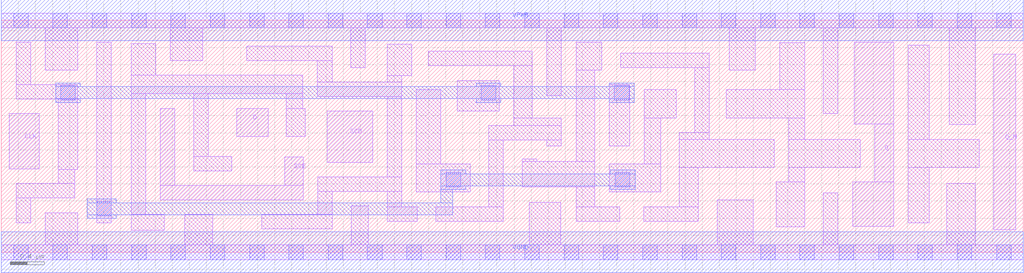
<source format=lef>
# Copyright 2020 The SkyWater PDK Authors
#
# Licensed under the Apache License, Version 2.0 (the "License");
# you may not use this file except in compliance with the License.
# You may obtain a copy of the License at
#
#     https://www.apache.org/licenses/LICENSE-2.0
#
# Unless required by applicable law or agreed to in writing, software
# distributed under the License is distributed on an "AS IS" BASIS,
# WITHOUT WARRANTIES OR CONDITIONS OF ANY KIND, either express or implied.
# See the License for the specific language governing permissions and
# limitations under the License.
#
# SPDX-License-Identifier: Apache-2.0

VERSION 5.7 ;
BUSBITCHARS "[]" ;
DIVIDERCHAR "/" ;
PROPERTYDEFINITIONS
  MACRO maskLayoutSubType STRING ;
  MACRO prCellType STRING ;
  MACRO originalViewName STRING ;
END PROPERTYDEFINITIONS
MACRO sky130_fd_sc_hdll__sdfxbp_1
  ORIGIN  0.000000  0.000000 ;
  CLASS CORE ;
  SYMMETRY X Y R90 ;
  SIZE  11.96000 BY  2.720000 ;
  SITE unithd ;
  PIN CLK
    ANTENNAGATEAREA  0.178200 ;
    DIRECTION INPUT ;
    USE SIGNAL ;
    PORT
      LAYER li1 ;
        RECT 0.095000 0.975000 0.445000 1.625000 ;
    END
  END CLK
  PIN D
    ANTENNAGATEAREA  0.178200 ;
    DIRECTION INPUT ;
    USE SIGNAL ;
    PORT
      LAYER li1 ;
        RECT 2.755000 1.355000 3.125000 1.685000 ;
    END
  END D
  PIN Q
    ANTENNADIFFAREA  0.439000 ;
    DIRECTION OUTPUT ;
    USE SIGNAL ;
    PORT
      LAYER li1 ;
        RECT  9.960000 0.305000 10.440000 0.825000 ;
        RECT  9.980000 1.505000 10.440000 2.465000 ;
        RECT 10.220000 0.825000 10.440000 1.505000 ;
    END
  END Q
  PIN Q_N
    ANTENNADIFFAREA  0.439000 ;
    DIRECTION OUTPUT ;
    USE SIGNAL ;
    PORT
      LAYER li1 ;
        RECT 11.615000 0.265000 11.870000 2.325000 ;
    END
  END Q_N
  PIN SCD
    ANTENNAGATEAREA  0.178200 ;
    DIRECTION INPUT ;
    USE SIGNAL ;
    PORT
      LAYER li1 ;
        RECT 3.815000 1.055000 4.345000 1.655000 ;
    END
  END SCD
  PIN SCE
    ANTENNAGATEAREA  0.356400 ;
    DIRECTION INPUT ;
    USE SIGNAL ;
    PORT
      LAYER li1 ;
        RECT 1.860000 0.615000 3.535000 0.785000 ;
        RECT 1.860000 0.785000 2.030000 1.685000 ;
        RECT 3.315000 0.785000 3.535000 1.115000 ;
    END
  END SCE
  PIN VGND
    DIRECTION INOUT ;
    USE SIGNAL ;
    PORT
      LAYER met1 ;
        RECT 0.000000 -0.240000 11.960000 0.240000 ;
    END
  END VGND
  PIN VPWR
    DIRECTION INOUT ;
    USE SIGNAL ;
    PORT
      LAYER met1 ;
        RECT 0.000000 2.480000 11.960000 2.960000 ;
    END
  END VPWR
  OBS
    LAYER li1 ;
      RECT  0.000000 -0.085000 11.960000 0.085000 ;
      RECT  0.000000  2.635000 11.960000 2.805000 ;
      RECT  0.175000  0.345000  0.345000 0.635000 ;
      RECT  0.175000  0.635000  0.860000 0.805000 ;
      RECT  0.175000  1.795000  0.895000 1.965000 ;
      RECT  0.175000  1.965000  0.345000 2.465000 ;
      RECT  0.515000  0.085000  0.895000 0.465000 ;
      RECT  0.515000  2.135000  0.895000 2.635000 ;
      RECT  0.665000  0.805000  0.860000 0.970000 ;
      RECT  0.665000  0.970000  0.895000 1.795000 ;
      RECT  1.115000  0.345000  1.285000 2.465000 ;
      RECT  1.520000  0.255000  1.905000 0.445000 ;
      RECT  1.520000  0.445000  1.690000 1.860000 ;
      RECT  1.520000  1.860000  3.530000 2.075000 ;
      RECT  1.520000  2.075000  1.805000 2.445000 ;
      RECT  1.975000  2.245000  2.355000 2.635000 ;
      RECT  2.145000  0.085000  2.475000 0.445000 ;
      RECT  2.250000  0.955000  2.695000 1.125000 ;
      RECT  2.250000  1.125000  2.420000 1.860000 ;
      RECT  2.875000  2.245000  3.870000 2.415000 ;
      RECT  3.050000  0.275000  3.875000 0.445000 ;
      RECT  3.335000  1.355000  3.555000 1.685000 ;
      RECT  3.335000  1.685000  3.530000 1.860000 ;
      RECT  3.700000  1.825000  4.685000 1.995000 ;
      RECT  3.700000  1.995000  3.870000 2.245000 ;
      RECT  3.705000  0.445000  3.875000 0.715000 ;
      RECT  3.705000  0.715000  4.685000 0.885000 ;
      RECT  4.090000  2.165000  4.260000 2.635000 ;
      RECT  4.095000  0.085000  4.295000 0.545000 ;
      RECT  4.515000  0.365000  4.865000 0.535000 ;
      RECT  4.515000  0.535000  4.685000 0.715000 ;
      RECT  4.515000  0.885000  4.685000 1.825000 ;
      RECT  4.515000  1.995000  4.685000 2.070000 ;
      RECT  4.515000  2.070000  4.800000 2.440000 ;
      RECT  4.855000  0.705000  5.485000 1.035000 ;
      RECT  4.855000  1.035000  5.145000 1.905000 ;
      RECT  4.995000  2.190000  6.215000 2.360000 ;
      RECT  5.085000  0.365000  5.875000 0.535000 ;
      RECT  5.335000  1.655000  5.825000 2.010000 ;
      RECT  5.705000  0.535000  5.875000 1.315000 ;
      RECT  5.705000  1.315000  6.555000 1.485000 ;
      RECT  5.995000  1.485000  6.555000 1.575000 ;
      RECT  5.995000  1.575000  6.215000 2.190000 ;
      RECT  6.095000  0.765000  6.945000 1.065000 ;
      RECT  6.095000  1.065000  6.265000 1.095000 ;
      RECT  6.175000  0.085000  6.545000 0.585000 ;
      RECT  6.385000  1.245000  6.555000 1.315000 ;
      RECT  6.385000  1.835000  6.555000 2.635000 ;
      RECT  6.725000  0.365000  7.235000 0.535000 ;
      RECT  6.725000  0.535000  6.945000 0.765000 ;
      RECT  6.725000  1.065000  6.945000 2.135000 ;
      RECT  6.725000  2.135000  7.025000 2.465000 ;
      RECT  7.115000  0.705000  7.715000 1.035000 ;
      RECT  7.115000  1.245000  7.355000 1.965000 ;
      RECT  7.250000  2.165000  8.285000 2.335000 ;
      RECT  7.515000  0.365000  8.155000 0.535000 ;
      RECT  7.525000  1.035000  7.715000 1.575000 ;
      RECT  7.525000  1.575000  7.895000 1.905000 ;
      RECT  7.935000  0.535000  8.155000 0.995000 ;
      RECT  7.935000  0.995000  9.045000 1.325000 ;
      RECT  7.935000  1.325000  8.285000 1.405000 ;
      RECT  8.115000  1.405000  8.285000 2.165000 ;
      RECT  8.380000  0.085000  8.800000 0.615000 ;
      RECT  8.485000  1.575000  9.400000 1.905000 ;
      RECT  8.515000  2.135000  8.820000 2.635000 ;
      RECT  9.070000  0.300000  9.400000 0.825000 ;
      RECT  9.110000  1.905000  9.400000 2.455000 ;
      RECT  9.215000  0.825000  9.400000 0.995000 ;
      RECT  9.215000  0.995000 10.050000 1.325000 ;
      RECT  9.215000  1.325000  9.400000 1.575000 ;
      RECT  9.620000  0.085000  9.790000 0.695000 ;
      RECT  9.620000  1.625000  9.790000 2.635000 ;
      RECT 10.610000  0.345000 10.860000 0.995000 ;
      RECT 10.610000  0.995000 11.440000 1.325000 ;
      RECT 10.610000  1.325000 10.860000 2.425000 ;
      RECT 11.065000  0.085000 11.395000 0.805000 ;
      RECT 11.090000  1.495000 11.395000 2.635000 ;
    LAYER mcon ;
      RECT  0.145000 -0.085000  0.315000 0.085000 ;
      RECT  0.145000  2.635000  0.315000 2.805000 ;
      RECT  0.605000 -0.085000  0.775000 0.085000 ;
      RECT  0.605000  2.635000  0.775000 2.805000 ;
      RECT  0.695000  1.785000  0.865000 1.955000 ;
      RECT  1.065000 -0.085000  1.235000 0.085000 ;
      RECT  1.065000  2.635000  1.235000 2.805000 ;
      RECT  1.115000  0.425000  1.285000 0.595000 ;
      RECT  1.525000 -0.085000  1.695000 0.085000 ;
      RECT  1.525000  2.635000  1.695000 2.805000 ;
      RECT  1.985000 -0.085000  2.155000 0.085000 ;
      RECT  1.985000  2.635000  2.155000 2.805000 ;
      RECT  2.445000 -0.085000  2.615000 0.085000 ;
      RECT  2.445000  2.635000  2.615000 2.805000 ;
      RECT  2.905000 -0.085000  3.075000 0.085000 ;
      RECT  2.905000  2.635000  3.075000 2.805000 ;
      RECT  3.365000 -0.085000  3.535000 0.085000 ;
      RECT  3.365000  2.635000  3.535000 2.805000 ;
      RECT  3.825000 -0.085000  3.995000 0.085000 ;
      RECT  3.825000  2.635000  3.995000 2.805000 ;
      RECT  4.285000 -0.085000  4.455000 0.085000 ;
      RECT  4.285000  2.635000  4.455000 2.805000 ;
      RECT  4.745000 -0.085000  4.915000 0.085000 ;
      RECT  4.745000  2.635000  4.915000 2.805000 ;
      RECT  5.205000 -0.085000  5.375000 0.085000 ;
      RECT  5.205000  0.765000  5.375000 0.935000 ;
      RECT  5.205000  2.635000  5.375000 2.805000 ;
      RECT  5.615000  1.785000  5.785000 1.955000 ;
      RECT  5.665000 -0.085000  5.835000 0.085000 ;
      RECT  5.665000  2.635000  5.835000 2.805000 ;
      RECT  6.125000 -0.085000  6.295000 0.085000 ;
      RECT  6.125000  2.635000  6.295000 2.805000 ;
      RECT  6.585000 -0.085000  6.755000 0.085000 ;
      RECT  6.585000  2.635000  6.755000 2.805000 ;
      RECT  7.045000 -0.085000  7.215000 0.085000 ;
      RECT  7.045000  2.635000  7.215000 2.805000 ;
      RECT  7.175000  1.785000  7.345000 1.955000 ;
      RECT  7.185000  0.765000  7.355000 0.935000 ;
      RECT  7.505000 -0.085000  7.675000 0.085000 ;
      RECT  7.505000  2.635000  7.675000 2.805000 ;
      RECT  7.965000 -0.085000  8.135000 0.085000 ;
      RECT  7.965000  2.635000  8.135000 2.805000 ;
      RECT  8.425000 -0.085000  8.595000 0.085000 ;
      RECT  8.425000  2.635000  8.595000 2.805000 ;
      RECT  8.885000 -0.085000  9.055000 0.085000 ;
      RECT  8.885000  2.635000  9.055000 2.805000 ;
      RECT  9.345000 -0.085000  9.515000 0.085000 ;
      RECT  9.345000  2.635000  9.515000 2.805000 ;
      RECT  9.805000 -0.085000  9.975000 0.085000 ;
      RECT  9.805000  2.635000  9.975000 2.805000 ;
      RECT 10.265000 -0.085000 10.435000 0.085000 ;
      RECT 10.265000  2.635000 10.435000 2.805000 ;
      RECT 10.725000 -0.085000 10.895000 0.085000 ;
      RECT 10.725000  2.635000 10.895000 2.805000 ;
      RECT 11.185000 -0.085000 11.355000 0.085000 ;
      RECT 11.185000  2.635000 11.355000 2.805000 ;
      RECT 11.645000 -0.085000 11.815000 0.085000 ;
      RECT 11.645000  2.635000 11.815000 2.805000 ;
    LAYER met1 ;
      RECT 0.635000 1.755000 0.925000 1.800000 ;
      RECT 0.635000 1.800000 7.405000 1.940000 ;
      RECT 0.635000 1.940000 0.925000 1.985000 ;
      RECT 1.005000 0.395000 1.345000 0.440000 ;
      RECT 1.005000 0.440000 5.285000 0.580000 ;
      RECT 1.005000 0.580000 1.345000 0.625000 ;
      RECT 5.145000 0.580000 5.285000 0.735000 ;
      RECT 5.145000 0.735000 5.435000 0.780000 ;
      RECT 5.145000 0.780000 7.415000 0.920000 ;
      RECT 5.145000 0.920000 5.435000 0.965000 ;
      RECT 5.555000 1.755000 5.845000 1.800000 ;
      RECT 5.555000 1.940000 5.845000 1.985000 ;
      RECT 7.115000 1.755000 7.405000 1.800000 ;
      RECT 7.115000 1.940000 7.405000 1.985000 ;
      RECT 7.125000 0.735000 7.415000 0.780000 ;
      RECT 7.125000 0.920000 7.415000 0.965000 ;
  END
  PROPERTY maskLayoutSubType "abstract" ;
  PROPERTY prCellType "standard" ;
  PROPERTY originalViewName "layout" ;
END sky130_fd_sc_hdll__sdfxbp_1
END LIBRARY

</source>
